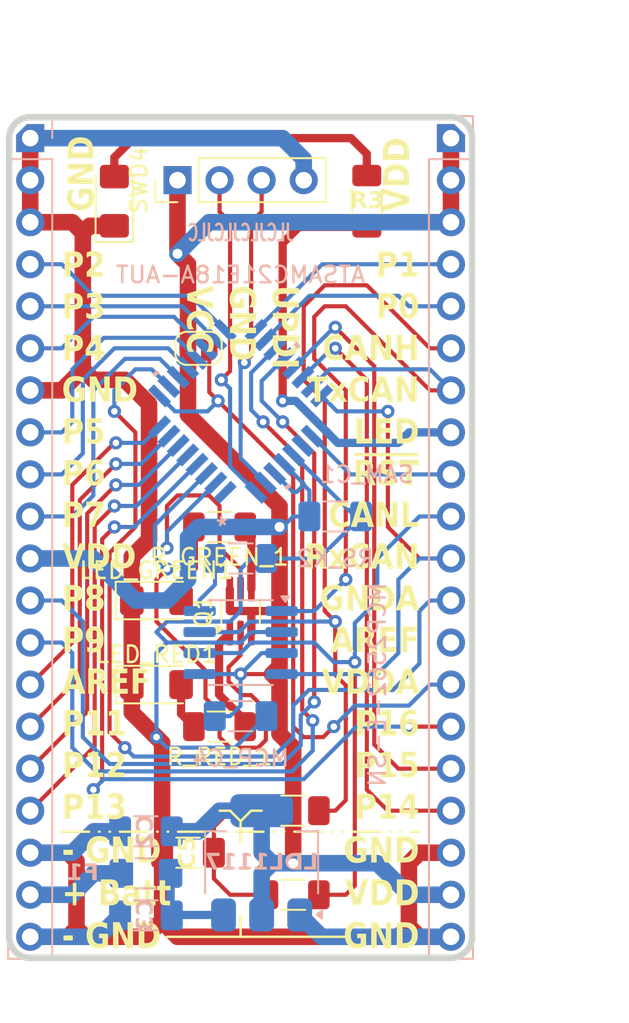
<source format=kicad_pcb>
(kicad_pcb (version 20240108) (generator "pcbnew") (generator_version "8.0")
  (layers (0 "F.Cu" signal) (31 "B.Cu" signal) (34 "B.Paste" user) (35 "F.Paste" user) (36 "B.SilkS" user "B.Silkscreen") (37 "F.SilkS" user "F.Silkscreen") (38 "B.Mask" user) (39 "F.Mask" user) (44 "Edge.Cuts" user))
  (net 0 "")
  (net 1 "VDD")
  (net 2 "Net-(LDL1117-VI)")
  (net 3 "P0_ID.3")
  (net 4 "Net-(LED2-A)")
  (net 5 "+BATT")
  (net 6 "GND")
  (net 7 "Net-(C5-Pad2)")
  (net 8 "GNDA")
  (net 9 "CAN_L")
  (net 10 "CAN_H")
  (net 11 "P1_ID.4")
  (net 12 "~{RESET}")
  (net 13 "VDDA")
  (net 14 "TxCAN")
  (net 15 "RxCAN")
  (net 16 "P16_DAC")
  (net 17 "P12_OP0.V-")
  (net 18 "P11_OP1.V+")
  (net 19 "P13_OP0.V+")
  (net 20 "P9_AN.5_OP0.Out")
  (net 21 "P8_AN.4_OP1.Out")
  (net 23 "P6_AN.2")
  (net 24 "P4_DPM2")
  (net 25 "P2_ID.5")
  (net 26 "P7_AN.3")
  (net 27 "LED_GREEN")
  (net 28 "LED_RED")
  (net 29 "P10_OP1.V-")
  (net 30 "P5_AN.1")
  (net 31 "P14_SCL")
  (net 32 "P15_SDA")
  (net 33 "Net-(LED_GREEN1-A)")
  (net 34 "Net-(LED_RED1-A)")
  (net 35 "Net-(Q1A-E1)")
  (net 36 "Net-(Q1B-E2)")
  (net 38 "P3_ID.8")
  (net 39 "SWDIO")
  (net 40 "SWCLK")
  (net 41 "Net-(U1-STBY)")
  (net 43 "LED_Built_In")
  (footprint "LED_SMD:LED_1206_3216Metric_Pad1.42x1.75mm_HandSolder" (layer "F.Cu") (at 165.1 64.77 90)
    (property "Reference" "LED2" (hide yes))
    (property "Value" "LED")
  )
  (footprint "LED_SMD:LED_1206_3216Metric_Pad1.42x1.75mm_HandSolder" (layer "F.Cu") (at 167.64 88.9)
    (property "Reference" "LED_GREEN1")
    (property "Value" "LED")
  )
  (footprint "Capacitor_SMD:C_1206_3216Metric_Pad1.33x1.80mm_HandSolder" (layer "F.Cu") (at 169.545 104.14)
    (property "Reference" "C5")
    (property "Value" "0.1µF")
  )
  (footprint "Resistor_SMD:R_1206_3216Metric_Pad1.30x1.75mm_HandSolder" (layer "F.Cu") (at 175.895 101.6)
    (property "Reference" "RCANH1" (hide yes))
    (property "Value" "60 Ohm" (hide yes))
  )
  (footprint "Resistor_SMD:R_1206_3216Metric_Pad1.30x1.75mm_HandSolder" (layer "F.Cu") (at 175.895 106.68)
    (property "Reference" "RCANL1" (hide yes))
    (property "Value" "60 ohm" (hide yes))
  )
  (footprint "Jumper:SolderJumper-2_P1.3mm_Open_RoundedPad1.0x1.5mm" (layer "F.Cu") (at 170.18 73.66)
    (property "Reference" "JP1" (hide yes))
    (property "Value" "SolderJumper_2_Open")
  )
  (footprint "Connector_PinHeader_2.54mm:PinHeader_1x04_P2.54mm_Vertical" (layer "F.Cu") (at 168.91 63.5 90)
    (property "Reference" "SWD4")
    (property "Value" "Conn_01x04")
  )
  (footprint "LED_SMD:LED_1206_3216Metric_Pad1.42x1.75mm_HandSolder" (layer "F.Cu") (at 167.64 93.98)
    (property "Reference" "LED_RED1")
    (property "Value" "LED")
  )
  (footprint "Package_TO_SOT_SMD:SOT-363_SC-70-6_Handsoldering" (layer "F.Cu") (at 172.72 89.535 90)
    (property "Reference" "Q1")
    (property "Value" "Q_Dual_NPN_NPN_E1B1C2E2B2C1")
  )
  (footprint "Resistor_SMD:R_1206_3216Metric_Pad1.30x1.75mm_HandSolder" (layer "F.Cu") (at 180.34 64.77 90)
    (property "Reference" "R3")
    (property "Value" "1K")
  )
  (footprint "Resistor_SMD:R_1206_3216Metric_Pad1.30x1.75mm_HandSolder" (layer "F.Cu") (at 171.45 96.52 180)
    (property "Reference" "R_RED_1")
    (property "Value" "120")
  )
  (footprint "Resistor_SMD:R_1206_3216Metric_Pad1.30x1.75mm_HandSolder" (layer "F.Cu") (at 171.45 84.455 180)
    (property "Reference" "R_GREEN_1")
    (property "Value" "120")
  )
  (footprint "Connector_PinHeader_2.54mm:PinHeader_1x20_P2.54mm_Vertical" (layer "B.Cu") (at 160.02 60.96 180)
    (property "Reference" "Gauche40" (hide yes))
    (property "Value" "Conn_01x20" (hide yes))
  )
  (footprint "Capacitor_SMD:C_1206_3216Metric_Pad1.33x1.80mm_HandSolder" (layer "B.Cu") (at 178.435 83.82 180)
    (property "Reference" "SAM_C1")
    (property "Value" "0.1µF")
  )
  (footprint "Capacitor_SMD:C_1206_3216Metric_Pad1.33x1.80mm_HandSolder" (layer "B.Cu") (at 167.005 102.845)
    (property "Reference" "C2")
    (property "Value" "4.7µF" (hide yes))
  )
  (footprint "Resistor_SMD:R_1206_3216Metric_Pad1.30x1.75mm_HandSolder" (layer "B.Cu") (at 172.72 86.36)
    (property "Reference" "RS_K2")
    (property "Value" "10 KOhm")
  )
  (footprint "Connector_PinHeader_2.54mm:PinHeader_1x20_P2.54mm_Vertical" (layer "B.Cu") (at 185.42 60.96 180)
    (property "Reference" "Droite40" (hide yes))
    (property "Value" "Conn_01x20" (hide yes))
  )
  (footprint "Package_TO_SOT_SMD:SOT-223-3_TabPin2" (layer "B.Cu") (at 173.99 104.75 90)
    (property "Reference" "LDL1117")
    (property "Value" "LDL1117" (hide yes))
  )
  (footprint "Fuse:Fuse_1206_3216Metric_Pad1.42x1.75mm_HandSolder" (layer "B.Cu") (at 167.005 105.385)
    (property "Reference" "F1")
    (property "Value" ".75A" (hide yes))
  )
  (footprint "Capacitor_SMD:C_1206_3216Metric_Pad1.33x1.80mm_HandSolder" (layer "B.Cu") (at 172.72 95.885 180)
    (property "Reference" "MCP_C4")
    (property "Value" "0.1µF")
  )
  (footprint "ATSAMC21E18A_AUT:TQFP32_MC_MCH" (layer "B.Cu") (at 172.72 77.47 45)
    (property "Reference" "U4" (hide yes))
    (property "Value" "ATSAMC21E18A-AUT")
  )
  (footprint "Capacitor_SMD:C_1206_3216Metric_Pad1.33x1.80mm_HandSolder" (layer "B.Cu") (at 167.005 107.925)
    (property "Reference" "C3")
    (property "Value" "4.7µF" (hide yes))
  )
  (footprint "Package_SO:SOIC-8_3.9x4.9mm_P1.27mm" (layer "B.Cu") (at 172.72 91.44 180)
    (property "Reference" "U1" (hide yes))
    (property "Value" "MCP2562-E-SN")
  )
  (gr_line (start 173.355 101.6) (end 172.72 102.235) (stroke (width 0.15)) (layer "F.SilkS"))
  (gr_line (start 173.355 101.6) (end 173.99 101.6) (stroke (width 0.15)) (layer "F.SilkS"))
  (gr_line (start 172.085 101.6) (end 172.72 102.235) (stroke (width 0.15)) (layer "F.SilkS"))
  (gr_line (start 168.275 109.22) (end 175.26 109.22) (stroke (width 0.15)) (layer "F.SilkS"))
  (gr_line (start 172.72 109.22) (end 179.07 109.22) (stroke (width 0.15)) (layer "F.SilkS"))
  (gr_line (start 161.925 102.87) (end 183.515 102.87) (stroke (width 0.15) (type dash_dot_dot)) (layer "F.SilkS"))
  (gr_line (start 172.72 107.95) (end 172.72 109.22) (stroke (width 0.15)) (layer "F.SilkS"))
  (gr_line (start 172.72 102.235) (end 172.72 103.505) (stroke (width 0.15)) (layer "F.SilkS"))
  (gr_line (start 171.45 101.6) (end 172.085 101.6) (stroke (width 0.15)) (layer "F.SilkS"))
  (gr_line (start 186.69 60.96) (end 186.69 109.22) (stroke (width 0.4)) (layer "Edge.Cuts"))
  (gr_arc (start 160.02 110.49) (mid 159.121974 110.118026) (end 158.75 109.22) (stroke (width 0.4)) (layer "Edge.Cuts"))
  (gr_line (start 185.42 110.49) (end 160.02 110.49) (stroke (width 0.4)) (layer "Edge.Cuts"))
  (gr_line (start 158.75 109.22) (end 158.75 60.96) (stroke (width 0.4)) (layer "Edge.Cuts"))
  (gr_line (start 160.02 59.69) (end 185.42 59.69) (stroke (width 0.4)) (layer "Edge.Cuts"))
  (gr_arc (start 185.42 59.69) (mid 186.318026 60.061974) (end 186.69 60.96) (stroke (width 0.4)) (layer "Edge.Cuts"))
  (gr_arc (start 186.69 109.22) (mid 186.318026 110.118026) (end 185.42 110.49) (stroke (width 0.4)) (layer "Edge.Cuts"))
  (gr_arc (start 158.75 60.96) (mid 159.121974 60.061974) (end 160.02 59.69) (stroke (width 0.4)) (layer "Edge.Cuts"))
  (gr_text "JLCJLCJLCJLC" (at 172.72 66.675 0) (layer "B.SilkS") (effects (font (size 1 0.618)) (justify mirror)))
  (gr_text "P1\nP0\nCANH\nTxCAN\nLED\n~{RST}\nCANL\nRxCAN\nGNDA\nAREF\nVDDA\nP16\nP15\nP14" (at 183.515 85.09 0) (layer "F.SilkS") (effects (font (size 1.5 1.32) (thickness 0.2) (bold yes)) (justify right)))
  (gr_text "GND" (at 163.195 65.405 90) (layer "F.SilkS") (effects (font (size 1.54 1.32) (thickness 0.2) (bold yes)) (justify left)))
  (gr_text "- GND\n+ Batt\n- GND" (at 161.925 106.68 0) (layer "F.SilkS") (effects (font (size 1.54 1.32) (thickness 0.2) (bold yes)) (justify left)))
  (gr_text "P2\nP3\nP4\nGND\nP5\nP6\nP7\nVDD\nP8\nP9\nAREF\nP11\nP12\nP13" (at 161.925 85.09 0) (layer "F.SilkS") (effects (font (size 1.5 1.32) (thickness 0.2) (bold yes)) (justify left)))
  (gr_text "VDD" (at 182.245 65.405 90) (layer "F.SilkS") (effects (font (size 1.54 1.32) (thickness 0.2) (bold yes)) (justify left)))
  (gr_text "GND\nVDD\nGND" (at 183.515 106.68 0) (layer "F.SilkS") (effects (font (size 1.54 1.32) (thickness 0.2) (bold yes)) (justify right)))
  (gr_text "UPDI\nGND\nVCC" (at 172.72 69.85 -90) (layer "F.SilkS") (effects (font (size 1.54 1.32) (thickness 0.2) (bold yes)) (justify left)))
  (segment (start 169.545 73.645) (end 169.53 73.66) (width 1) (layer "F.Cu") (net 1))
  (segment (start 169.53 73.66) (end 169.545 73.675) (width 1) (layer "F.Cu") (net 1))
  (segment (start 172.07 88.205) (end 172.07 89.52) (width 0.5) (layer "F.Cu") (net 1))
  (segment (start 173.355 89.535) (end 175.07 89.535) (width 0.5) (layer "F.Cu") (net 1))
  (segment (start 168.91 67.945) (end 168.91 63.5) (width 1) (layer "F.Cu") (net 1))
  (segment (start 175.07 92.9) (end 174.625 93.345) (width 1) (layer "F.Cu") (net 1))
  (segment (start 172.085 89.535) (end 172.07 89.52) (width 0.5) (layer "F.Cu") (net 1))
  (segment (start 175.895 104.775) (end 175.895 97.79) (width 1) (layer "F.Cu") (net 1))
  (segment (start 172.085 89.535) (end 173.355 89.535) (width 0.5) (layer "F.Cu") (net 1))
  (segment (start 169.545 77.675863) (end 175.07 83.200863) (width 1) (layer "F.Cu") (net 1))
  (segment (start 185.42 60.96) (end 185.42 66.04) (width 1) (layer "F.Cu") (net 1))
  (segment (start 175.07 89.535) (end 175.07 92.71) (width 1) (layer "F.Cu") (net 1))
  (segment (start 169.545 68.58) (end 169.545 73.645) (width 1) (layer "F.Cu") (net 1))
  (segment (start 172.719302 93.345) (end 174.625 93.345) (width 0.25) (layer "F.Cu") (net 1))
  (segment (start 169.545 73.675) (end 169.545 77.675863) (width 1) (layer "F.Cu") (net 1))
  (segment (start 168.91 67.945) (end 169.545 68.58) (width 1) (layer "F.Cu") (net 1))
  (segment (start 175.07 83.200863) (end 175.07 89.535) (width 1) (layer "F.Cu") (net 1))
  (segment (start 173.37 89.55) (end 173.355 89.535) (width 0.5) (layer "F.Cu") (net 1))
  (segment (start 173.37 90.865) (end 173.37 89.55) (width 0.5) (layer "F.Cu") (net 1))
  (segment (start 175.895 97.79) (end 175.07 96.965) (width 1) (layer "F.Cu") (net 1))
  (segment (start 175.07 93.79) (end 174.625 93.345) (width 1) (layer "F.Cu") (net 1))
  (segment (start 175.07 96.965) (end 175.07 93.98) (width 1) (layer "F.Cu") (net 1))
  (via (at 175.895 104.775) (size 1) (drill 0.6) (layers "F.Cu" "B.Cu") (net 1))
  (via (at 168.91 67.945) (size 1) (drill 0.6) (layers "F.Cu" "B.Cu") (net 1))
  (via (at 175.07 84.455) (size 1) (drill 0.6) (layers "F.Cu" "B.Cu") (net 1))
  (via (at 172.719302 93.345) (size 0.8) (drill 0.4) (layers "F.Cu" "B.Cu") (net 1))
  (segment (start 163.83 86.36) (end 160.02 86.36) (width 1) (layer "B.Cu") (net 1))
  (segment (start 173.99 104.14) (end 174.625 104.775) (width 1) (layer "B.Cu") (net 1))
  (segment (start 169.545 87.63) (end 168.275 88.9) (width 1) (layer "B.Cu") (net 1))
  (segment (start 176.8725 83.82) (end 176.8725 82.2575) (width 0.25) (layer "B.Cu") (net 1))
  (segment (start 175.34973 80.665414) (end 176.53 81.845684) (width 0.25) (layer "B.Cu") (net 1))
  (segment (start 172.719302 93.345) (end 173.989302 92.075) (width 0.25) (layer "B.Cu") (net 1))
  (segment (start 175.895 82.342056) (end 174.784044 81.2311) (width 0.25) (layer "B.Cu") (net 1))
  (segment (start 182.88 106.68) (end 185.42 106.68) (width 1) (layer "B.Cu") (net 1))
  (segment (start 173.989302 92.075) (end 175.195 92.075) (width 0.25) (layer "B.Cu") (net 1))
  (segment (start 175.07 84.455) (end 170.18 84.455) (width 1) (layer "B.Cu") (net 1))
  (segment (start 168.91 67.945) (end 170.815 66.04) (width 1) (layer "B.Cu") (net 1))
  (segment (start 180.975 104.775) (end 182.88 106.68) (width 1) (layer "B.Cu") (net 1))
  (segment (start 169.545 85.09) (end 169.545 87.63) (width 1) (layer "B.Cu") (net 1))
  (segment (start 168.275 88.9) (end 166.37 88.9) (width 1) (layer "B.Cu") (net 1))
  (segment (start 172.719302 93.345) (end 172.719302 95.250698) (width 0.25) (layer "B.Cu") (net 1))
  (segment (start 170.815 66.04) (end 185.42 66.04) (width 1) (layer "B.Cu") (net 1))
  (segment (start 176.53 81.845684) (end 176.53 81.915) (width 0.25) (layer "B.Cu") (net 1))
  (segment (start 172.719302 93.345) (end 170.245 93.345) (width 0.25) (layer "B.Cu") (net 1))
  (segment (start 171.45 101.6) (end 173.99 101.6) (width 1) (layer "B.Cu") (net 1))
  (segment (start 173.99 105.41) (end 173.99 107.9) (width 1) (layer "B.Cu") (net 1))
  (segment (start 176.102944 82.342056) (end 175.895 82.342056) (width 0.25) (layer "B.Cu") (net 1))
  (segment (start 174.625 104.775) (end 175.895 104.775) (width 1) (layer "B.Cu") (net 1))
  (segment (start 170.815 102.235) (end 170.205 102.845) (width 1) (layer "B.Cu") (net 1))
  (segment (start 168.5675 102.845) (end 170.205 102.845) (width 1) (layer "B.Cu") (net 1))
  (segment (start 175.07 84.455) (end 175.26 84.455) (width 0.25) (layer "B.Cu") (net 1))
  (segment (start 175.895 83.82) (end 176.8725 83.82) (width 0.25) (layer "B.Cu") (net 1))
  (segment (start 172.719302 95.250698) (end 172.085 95.885) (width 0.25) (layer "B.Cu") (net 1))
  (segment (start 175.26 84.455) (end 175.895 83.82) (width 0.25) (layer "B.Cu") (net 1))
  (segment (start 170.18 84.455) (end 169.545 85.09) (width 1) (layer "B.Cu") (net 1))
  (segment (start 176.8725 82.2575) (end 176.53 81.915) (width 0.25) (layer "B.Cu") (net 1))
  (segment (start 173.99 101.6) (end 173.99 104.14) (width 1) (layer "B.Cu") (net 1))
  (segment (start 172.085 95.885) (end 171.1575 95.885) (width 0.25) (layer "B.Cu") (net 1))
  (segment (start 174.625 104.775) (end 173.99 105.41) (width 1) (layer "B.Cu") (net 1))
  (segment (start 170.205 102.845) (end 171.45 101.6) (width 1) (layer "B.Cu") (net 1))
  (segment (start 176.53 81.915) (end 176.102944 82.342056) (width 0.25) (layer "B.Cu") (net 1))
  (segment (start 166.37 88.9) (end 163.83 86.36) (width 1) (layer "B.Cu") (net 1))
  (segment (start 175.895 104.775) (end 180.975 104.775) (width 1) (layer "B.Cu") (net 1))
  (segment (start 171.69 107.9) (end 168.5925 107.9) (width 0.5) (layer "B.Cu") (net 2))
  (segment (start 168.4925 105.385) (end 168.4925 107.85) (width 0.5) (layer "B.Cu") (net 2))
  (segment (start 182.88 71.12) (end 185.42 71.12) (width 0.25) (layer "B.Cu") (net 3))
  (segment (start 176.876572 70.485) (end 182.245 70.485) (width 0.25) (layer "B.Cu") (net 3))
  (segment (start 182.245 70.485) (end 182.88 71.12) (width 0.25) (layer "B.Cu") (net 3))
  (segment (start 174.218358 73.143214) (end 176.876572 70.485) (width 0.25) (layer "B.Cu") (net 3))
  (segment (start 166.26125 60.96) (end 179.3875 60.96) (width 0.5) (layer "F.Cu") (net 4))
  (segment (start 165.1 63.2825) (end 165.1 62.12125) (width 0.5) (layer "F.Cu") (net 4))
  (segment (start 165.1 62.12125) (end 166.26125 60.96) (width 0.5) (layer "F.Cu") (net 4))
  (segment (start 179.3875 60.96) (end 180.34 61.9125) (width 0.5) (layer "F.Cu") (net 4))
  (segment (start 180.34 61.9125) (end 180.34 63.22) (width 0.5) (layer "F.Cu") (net 4))
  (segment (start 160.02 106.68) (end 162.56 106.68) (width 1) (layer "B.Cu") (net 5))
  (segment (start 162.56 106.68) (end 163.855 105.385) (width 1) (layer "B.Cu") (net 5))
  (segment (start 163.855 105.385) (end 165.5175 105.385) (width 1) (layer "B.Cu") (net 5))
  (segment (start 167.195 77.025) (end 165.735 75.565) (width 1) (layer "F.Cu") (net 6))
  (segment (start 160.02 76.2) (end 161.925 76.2) (width 1) (layer "F.Cu") (net 6))
  (segment (start 162.56 66.04) (end 163.195 66.675) (width 1) (layer "F.Cu") (net 6))
  (segment (start 161.925 76.2) (end 163.195 74.93) (width 1) (layer "F.Cu") (net 6))
  (segment (start 163.195 66.675) (end 163.6125 66.2575) (width 1) (layer "F.Cu") (net 6))
  (segment (start 166.1525 86.26) (end 167.195 85.2175) (width 1) (layer "F.Cu") (net 6))
  (segment (start 163.322 109.22) (end 167.005 109.22) (width 1) (layer "F.Cu") (net 6))
  (segment (start 167.9825 108.2425) (end 167.005 109.22) (width 1) (layer "F.Cu") (net 6))
  (segment (start 183.515 109.22) (end 185.42 109.22) (width 1) (layer "F.Cu") (net 6))
  (segment (start 163.83 75.565) (end 163.195 74.93) (width 1) (layer "F.Cu") (net 6))
  (segment (start 160.02 66.04) (end 162.56 66.04) (width 1) (layer "F.Cu") (net 6))
  (segment (start 166.1525 95.6675) (end 166.1525 88.9) (width 1) (layer "F.Cu") (net 6))
  (segment (start 182.88 104.775) (end 182.88 108.585) (width 1) (layer "F.Cu") (net 6))
  (segment (start 185.42 104.14) (end 183.515 104.14) (width 1) (layer "F.Cu") (net 6))
  (segment (start 163.6125 66.2575) (end 165.1 66.2575) (width 1) (layer "F.Cu") (net 6))
  (segment (start 167.9825 97.4975) (end 167.9825 107.95) (width 1) (layer "F.Cu") (net 6))
  (segment (start 167.64 97.155) (end 166.1525 95.6675) (width 1) (layer "F.Cu") (net 6))
  (segment (start 182.88 108.585) (end 183.515 109.22) (width 1) (layer "F.Cu") (net 6))
  (segment (start 165.735 75.565) (end 163.83 75.565) (width 1) (layer "F.Cu") (net 6))
  (segment (start 167.195 85.2175) (end 167.195 77.025) (width 1) (layer "F.Cu") (net 6))
  (segment (start 160.02 104.14) (end 162.306 104.14) (width 1) (layer "F.Cu") (net 6))
  (segment (start 168.91 109.22) (end 182.245 109.22) (width 1) (layer "F.Cu") (net 6))
  (segment (start 160.02 63.5) (end 160.02 66.04) (width 1) (layer "F.Cu") (net 6))
  (segment (start 160.02 109.22) (end 162.306 109.22) (width 1) (layer "F.Cu") (net 6))
  (segment (start 182.245 109.22) (end 182.88 108.585) (width 1) (layer "F.Cu") (net 6))
  (segment (start 163.195 66.675) (end 163.195 74.93) (width 1) (layer "F.Cu") (net 6))
  (segment (start 167.64 97.155) (end 167.9825 97.4975) (width 1) (layer "F.Cu") (net 6))
  (segment (start 167.9825 108.2925) (end 168.91 109.22) (width 1) (layer "F.Cu") (net 6))
  (segment (start 183.515 104.14) (end 182.88 104.775) (width 1) (layer "F.Cu") (net 6))
  (segment (start 162.814 108.712) (end 163.322 109.22) (width 1) (layer "F.Cu") (net 6))
  (segment (start 162.814 108.712) (end 162.306 109.22) (width 1) (layer "F.Cu") (net 6))
  (segment (start 160.02 60.96) (end 160.02 63.5) (width 1) (layer "F.Cu") (net 6))
  (segment (start 162.306 104.14) (end 162.814 104.648) (width 1) (layer "F.Cu") (net 6))
  (segment (start 162.814 104.648) (end 162.814 108.712) (width 1) (layer "F.Cu") (net 6))
  (segment (start 166.1525 88.9) (end 166.1525 86.26) (width 1) (layer "F.Cu") (net 6))
  (via (at 167.64 97.155) (size 0.8) (drill 0.4) (layers "F.Cu" "B.Cu") (net 6))
  (segment (start 172.72 89.535) (end 172.72 86.995) (width 0.25) (layer "B.Cu") (net 6))
  (segment (start 163.855 102.845) (end 165.4425 102.845) (width 1) (layer "B.Cu") (net 6))
  (segment (start 175.915414 80.09973) (end 179.635684 83.82) (width 0.25) (layer "B.Cu") (net 6))
  (segment (start 175.195 90.805) (end 173.353604 90.805) (width 0.25) (layer "B.Cu") (net 6))
  (segment (start 168.275 97.79) (end 172.3775 97.79) (width 0.25) (layer "B.Cu") (net 6))
  (segment (start 175.26 60.96) (end 176.53 62.23) (width 1) (layer "B.Cu") (net 6))
  (segment (start 167.64 97.155) (end 168.275 97.79) (width 0.25) (layer "B.Cu") (net 6))
  (segment (start 164.1475 109.22) (end 165.4425 107.925) (width 1) (layer "B.Cu") (net 6))
  (segment (start 177.61 109.22) (end 185.42 109.22) (width 1) (layer "B.Cu") (net 6))
  (segment (start 172.085 90.17) (end 172.72 89.535) (width 0.25) (layer "B.Cu") (net 6))
  (segment (start 160.02 60.96) (end 175.26 60.96) (width 1) (layer "B.Cu") (net 6))
  (segment (start 160.02 104.14) (end 162.56 104.14) (width 1) (layer "B.Cu") (net 6))
  (segment (start 172.72 86.995) (end 173.355 86.36) (width 0.25) (layer "B.Cu") (net 6))
  (segment (start 162.56 104.14) (end 163.855 102.845) (width 1) (layer "B.Cu") (net 6))
  (segment (start 176.53 62.23) (end 176.53 63.5) (width 1) (layer "B.Cu") (net 6))
  (segment (start 167.64 97.155) (end 167.64 92.075) (width 0.25) (layer "B.Cu") (net 6))
  (segment (start 177.4575 86.36) (end 174.27 86.36) (width 0.25) (layer "B.Cu") (net 6))
  (segment (start 167.64 90.805) (end 168.275 90.17) (width 0.25) (layer "B.Cu") (net 6))
  (segment (start 168.275 91.44) (end 167.64 90.805) (width 0.25) (layer "B.Cu") (net 6))
  (segment (start 167.64 92.075) (end 168.275 91.44) (width 0.25) (layer "B.Cu") (net 6))
  (segment (start 168.275 90.17) (end 172.085 90.17) (width 0.25) (layer "B.Cu") (net 6))
  (segment (start 179.635684 83.82) (end 179.9975 83.82) (width 0.25) (layer "B.Cu") (net 6))
  (segment (start 172.3775 97.79) (end 174.2825 95.885) (width 0.25) (layer "B.Cu") (net 6))
  (segment (start 160.02 109.22) (end 164.1475 109.22) (width 1) (layer "B.Cu") (net 6))
  (segment (start 172.718604 91.44) (end 168.275 91.44) (width 0.25) (layer "B.Cu") (net 6))
  (segment (start 173.355 86.36) (end 174.27 86.36) (width 0.25) (layer "B.Cu") (net 6))
  (segment (start 176.29 107.9) (end 177.61 109.22) (width 1) (layer "B.Cu") (net 6))
  (segment (start 179.9975 83.82) (end 177.4575 86.36) (width 0.25) (layer "B.Cu") (net 6))
  (segment (start 173.353604 90.805) (end 172.718604 91.44) (width 0.25) (layer "B.Cu") (net 6))
  (segment (start 171.1075 102.5775) (end 171.1075 105.7025) (width 0.25) (layer "F.Cu") (net 7))
  (segment (start 172.085 106.68) (end 174.345 106.68) (width 0.25) (layer "F.Cu") (net 7))
  (segment (start 174.345 101.6) (end 172.085 101.6) (width 0.25) (layer "F.Cu") (net 7))
  (segment (start 171.1075 105.7025) (end 172.085 106.68) (width 0.25) (layer "F.Cu") (net 7))
  (segment (start 172.085 101.6) (end 171.1075 102.5775) (width 0.25) (layer "F.Cu") (net 7))
  (segment (start 164.81 86.015) (end 166.37 84.455) (width 0.25) (layer "F.Cu") (net 8))
  (segment (start 166.37 84.455) (end 166.37 78.74) (width 0.25) (layer "F.Cu") (net 8))
  (segment (start 166.37 78.74) (end 165.1 77.47) (width 0.25) (layer "F.Cu") (net 8))
  (segment (start 165.735 97.79) (end 164.81 96.865) (width 0.25) (layer "F.Cu") (net 8))
  (segment (start 164.81 96.865) (end 164.81 86.015) (width 0.25) (layer "F.Cu") (net 8))
  (via (at 165.1 77.47) (size 0.8) (drill 0.4) (layers "F.Cu" "B.Cu") (net 8))
  (via (at 165.735 97.79) (size 0.8) (drill 0.4) (layers "F.Cu" "B.Cu") (net 8))
  (segment (start 166.270936 98.325936) (end 174.722668 98.325936) (width 0.25) (layer "B.Cu") (net 8))
  (segment (start 168.393214 75.971642) (end 167.351572 74.93) (width 0.25) (layer "B.Cu") (net 8))
  (segment (start 183.515 89.535) (end 184.15 88.9) (width 0.25) (layer "B.Cu") (net 8))
  (segment (start 184.15 88.9) (end 185.42 88.9) (width 0.25) (layer "B.Cu") (net 8))
  (segment (start 175.895 95.25) (end 176.84213 94.30287) (width 0.25) (layer "B.Cu") (net 8))
  (segment (start 167.351572 74.93) (end 166.37 74.93) (width 0.25) (layer "B.Cu") (net 8))
  (segment (start 166.37 74.93) (end 165.1 76.2) (width 0.25) (layer "B.Cu") (net 8))
  (segment (start 176.84213 94.30287) (end 181.92213 94.30287) (width 0.25) (layer "B.Cu") (net 8))
  (segment (start 174.722668 98.325936) (end 175.895 97.153604) (width 0.25) (layer "B.Cu") (net 8))
  (segment (start 165.735 97.79) (end 166.270936 98.325936) (width 0.25) (layer "B.Cu") (net 8))
  (segment (start 183.515 92.71) (end 183.515 89.535) (width 0.25) (layer "B.Cu") (net 8))
  (segment (start 165.1 76.2) (end 165.1 77.47) (width 0.25) (layer "B.Cu") (net 8))
  (segment (start 181.92213 94.30287) (end 183.515 92.71) (width 0.25) (layer "B.Cu") (net 8))
  (segment (start 175.895 97.153604) (end 175.895 95.25) (width 0.25) (layer "B.Cu") (net 8))
  (segment (start 179.07 106.68) (end 177.445 106.68) (width 0.25) (layer "F.Cu") (net 9))
  (segment (start 179.615 92.62) (end 179.615 106.135) (width 0.25) (layer "F.Cu") (net 9))
  (segment (start 179.615 106.135) (end 179.07 106.68) (width 0.25) (layer "F.Cu") (net 9))
  (via (at 179.615 92.62) (size 0.8) (drill 0.4) (layers "F.Cu" "B.Cu") (net 9))
  (segment (start 179.615 92.62) (end 178.345 92.62) (width 0.25) (layer "B.Cu") (net 9))
  (segment (start 179.615 92.62) (end 179.615 90.26) (width 0.25) (layer "B.Cu") (net 9))
  (segment (start 178.345 92.62) (end 177.165 91.44) (width 0.25) (layer "B.Cu") (net 9))
  (segment (start 173.355 91.44) (end 172.72 92.075) (width 0.25) (layer "B.Cu") (net 9))
  (segment (start 172.72 92.075) (end 170.245 92.075) (width 0.25) (layer "B.Cu") (net 9))
  (segment (start 180.975 88.9) (end 180.975 86.36) (width 0.25) (layer "B.Cu") (net 9))
  (segment (start 177.165 91.44) (end 173.355 91.44) (width 0.25) (layer "B.Cu") (net 9))
  (segment (start 183.515 83.82) (end 185.42 83.82) (width 0.25) (layer "B.Cu") (net 9))
  (segment (start 179.615 90.26) (end 180.975 88.9) (width 0.25) (layer "B.Cu") (net 9))
  (segment (start 180.975 86.36) (end 183.515 83.82) (width 0.25) (layer "B.Cu") (net 9))
  (segment (start 177.8 76.835) (end 176.53 75.565) (width 0.25) (layer "F.Cu") (net 10))
  (segment (start 178.435 101.6) (end 177.445 101.6) (width 0.25) (layer "F.Cu") (net 10))
  (segment (start 184.15 73.66) (end 185.42 73.66) (width 0.25) (layer "F.Cu") (net 10))
  (segment (start 177.8 69.85) (end 180.34 69.85) (width 0.25) (layer "F.Cu") (net 10))
  (segment (start 178.435 90.17) (end 177.8 89.535) (width 0.25) (layer "F.Cu") (net 10))
  (segment (start 179.07 94.025) (end 179.07 100.965) (width 0.25) (layer "F.Cu") (net 10))
  (segment (start 176.53 75.565) (end 176.53 71.12) (width 0.25) (layer "F.Cu") (net 10))
  (segment (start 179.07 100.965) (end 178.435 101.6) (width 0.25) (layer "F.Cu") (net 10))
  (segment (start 177.8 89.535) (end 177.8 76.835) (width 0.25) (layer "F.Cu") (net 10))
  (segment (start 180.34 69.85) (end 184.15 73.66) (width 0.25) (layer "F.Cu") (net 10))
  (segment (start 176.53 71.12) (end 177.8 69.85) (width 0.25) (layer "F.Cu") (net 10))
  (segment (start 178.435 93.39) (end 179.07 94.025) (width 0.25) (layer "F.Cu") (net 10))
  (segment (start 178.435 90.17) (end 178.435 93.39) (width 0.25) (layer "F.Cu") (net 10))
  (via (at 178.435 90.17) (size 0.8) (drill 0.4) (layers "F.Cu" "B.Cu") (net 10))
  (segment (start 172.640799 90.805) (end 170.245 90.805) (width 0.25) (layer "B.Cu") (net 10))
  (segment (start 178.435 90.17) (end 173.275799 90.17) (width 0.25) (layer "B.Cu") (net 10))
  (segment (start 173.275799 90.17) (end 172.640799 90.805) (width 0.25) (layer "B.Cu") (net 10))
  (segment (start 177.650204 68.58) (end 185.42 68.58) (width 0.25) (layer "B.Cu") (net 11))
  (segment (start 173.652674 72.57753) (end 177.650204 68.58) (width 0.25) (layer "B.Cu") (net 11))
  (segment (start 177.046786 78.968358) (end 179.358428 81.28) (width 0.25) (layer "B.Cu") (net 12))
  (segment (start 179.358428 81.28) (end 185.42 81.28) (width 0.25) (layer "B.Cu") (net 12))
  (segment (start 170.83 76.305) (end 170.83 73.66) (width 0.25) (layer "F.Cu") (net 13))
  (segment (start 175.895 96.52) (end 176.53 97.155) (width 0.25) (layer "F.Cu") (net 13))
  (segment (start 171.36 76.835) (end 175.895 81.37) (width 0.25) (layer "F.Cu") (net 13))
  (segment (start 176.53 97.155) (end 177.71 97.155) (width 0.25) (layer "F.Cu") (net 13))
  (segment (start 175.895 81.37) (end 175.895 96.52) (width 0.25) (layer "F.Cu") (net 13))
  (segment (start 177.71 97.155) (end 178.345 96.52) (width 0.25) (layer "F.Cu") (net 13))
  (segment (start 171.36 76.835) (end 170.83 76.305) (width 0.25) (layer "F.Cu") (net 13))
  (via (at 178.345 96.52) (size 0.8) (drill 0.4) (layers "F.Cu" "B.Cu") (net 13))
  (via (at 171.36 76.835) (size 0.8) (drill 0.4) (layers "F.Cu" "B.Cu") (net 13))
  (segment (start 184.15 93.98) (end 185.42 93.98) (width 0.25) (layer "B.Cu") (net 13))
  (segment (start 182.88 95.25) (end 184.15 93.98) (width 0.25) (layer "B.Cu") (net 13))
  (segment (start 178.345 96.52) (end 179.615 95.25) (width 0.25) (layer "B.Cu") (net 13))
  (segment (start 170.725 77.47) (end 168.760204 77.47) (width 0.25) (layer "B.Cu") (net 13))
  (segment (start 168.760204 77.47) (end 167.82753 76.537326) (width 0.25) (layer "B.Cu") (net 13))
  (segment (start 171.36 76.835) (end 170.725 77.47) (width 0.25) (layer "B.Cu") (net 13))
  (segment (start 179.615 95.25) (end 182.88 95.25) (width 0.25) (layer "B.Cu") (net 13))
  (segment (start 177.8 71.12) (end 179.07 71.12) (width 0.25) (layer "F.Cu") (net 14))
  (segment (start 179.07 71.12) (end 184.15 76.2) (width 0.25) (layer "F.Cu") (net 14))
  (segment (start 179.07 76.2) (end 177.165 74.295) (width 0.25) (layer "F.Cu") (net 14))
  (segment (start 179.07 87.63) (end 179.07 76.2) (width 0.25) (layer "F.Cu") (net 14))
  (segment (start 184.15 76.2) (end 185.42 76.2) (width 0.25) (layer "F.Cu") (net 14))
  (segment (start 177.165 71.755) (end 177.8 71.12) (width 0.25) (layer "F.Cu") (net 14))
  (segment (start 177.165 74.295) (end 177.165 71.755) (width 0.25) (layer "F.Cu") (net 14))
  (via (at 179.07 87.63) (size 0.8) (drill 0.4) (layers "F.Cu" "B.Cu") (net 14))
  (segment (start 177.046785 75.971641) (end 178.088426 74.93) (width 0.25) (layer "B.Cu") (net 14))
  (segment (start 179.07 87.63) (end 177.165 89.535) (width 0.25) (layer "B.Cu") (net 14))
  (segment (start 177.165 89.535) (end 175.195 89.535) (width 0.25) (layer "B.Cu") (net 14))
  (segment (start 178.088426 74.93) (end 184.15 74.93) (width 0.25) (layer "B.Cu") (net 14))
  (segment (start 184.15 74.93) (end 185.42 76.2) (width 0.25) (layer "B.Cu") (net 14))
  (segment (start 183.515 86.36) (end 185.42 86.36) (width 0.25) (layer "F.Cu") (net 15))
  (segment (start 181.61 84.455) (end 183.515 86.36) (width 0.25) (layer "F.Cu") (net 15))
  (segment (start 181.61 77.47) (end 181.61 84.455) (width 0.25) (layer "F.Cu") (net 15))
  (via (at 181.61 77.47) (size 0.8) (drill 0.4) (layers "F.Cu" "B.Cu") (net 15))
  (segment (start 181.61 77.47) (end 178.545144 77.47) (width 0.25) (layer "B.Cu") (net 15))
  (segment (start 178.545144 77.47) (end 177.61247 76.537326) (width 0.25) (layer "B.Cu") (net 15))
  (segment (start 180.975 93.345) (end 182.245 92.075) (width 0.25) (layer "B.Cu") (net 15))
  (segment (start 182.245 87.63) (end 183.515 86.36) (width 0.25) (layer "B.Cu") (net 15))
  (segment (start 182.245 92.075) (end 182.245 87.63) (width 0.25) (layer "B.Cu") (net 15))
  (segment (start 175.195 93.345) (end 180.975 93.345) (width 0.25) (layer "B.Cu") (net 15))
  (segment (start 183.515 86.36) (end 185.42 86.36) (width 0.25) (layer "B.Cu") (net 15))
  (segment (start 164.36 85.195) (end 165.1 84.455) (width 0.25) (layer "F.Cu") (net 16))
  (segment (start 164.36 99.8) (end 164.36 85.195) (width 0.25) (layer "F.Cu") (net 16))
  (segment (start 163.83 100.33) (end 164.36 99.8) (width 0.25) (layer "F.Cu") (net 16))
  (segment (start 182.88 96.52) (end 185.42 96.52) (width 0.25) (layer "F.Cu") (net 16))
  (via (at 163.83 100.33) (size 0.8) (drill 0.4) (layers "F.Cu" "B.Cu") (net 16))
  (via (at 165.1 84.455) (size 0.8) (drill 0.4) (layers "F.Cu" "B.Cu") (net 16))
  (via (at 182.88 96.52) (size 0.8) (drill 0.4) (layers "F.Cu" "B.Cu") (net 16))
  (segment (start 176.53 99.695) (end 179.705 96.52) (width 0.25) (layer "B.Cu") (net 16))
  (segment (start 179.705 96.52) (end 182.88 96.52) (width 0.25) (layer "B.Cu") (net 16))
  (segment (start 165.1 84.455) (end 166.300684 84.455) (width 0.25) (layer "B.Cu") (net 16))
  (segment (start 166.300684 84.455) (end 170.09027 80.665414) (width 0.25) (layer "B.Cu") (net 16))
  (segment (start 164.465 99.695) (end 176.53 99.695) (width 0.25) (layer "B.Cu") (net 16))
  (segment (start 163.83 100.33) (end 164.465 99.695) (width 0.25) (layer "B.Cu") (net 16))
  (segment (start 165.19 81.915) (end 163.46 83.645) (width 0.25) (layer "F.Cu") (net 17))
  (segment (start 163.46 95.62) (end 160.02 99.06) (width 0.25) (layer "F.Cu") (net 17))
  (segment (start 163.46 83.645) (end 163.46 95.62) (width 0.25) (layer "F.Cu") (net 17))
  (via (at 165.19 81.915) (size 0.8) (drill 0.4) (layers "F.Cu" "B.Cu") (net 17))
  (segment (start 166.577944 81.915) (end 168.9589 79.534044) (width 0.25) (layer "B.Cu") (net 17))
  (segment (start 165.19 81.915) (end 166.577944 81.915) (width 0.25) (layer "B.Cu") (net 17))
  (segment (start 163.01 93.53) (end 160.02 96.52) (width 0.25) (layer "F.Cu") (net 18))
  (segment (start 163.01 82.825) (end 163.01 93.53) (width 0.25) (layer "F.Cu") (net 18))
  (segment (start 165.19 80.645) (end 163.01 82.825) (width 0.25) (layer "F.Cu") (net 18))
  (via (at 165.19 80.645) (size 0.8) (drill 0.4) (layers "F.Cu" "B.Cu") (net 18))
  (segment (start 165.19 80.645) (end 166.716574 80.645) (width 0.25) (layer "B.Cu") (net 18))
  (segment (start 166.716574 80.645) (end 168.393215 78.968359) (width 0.25) (layer "B.Cu") (net 18))
  (segment (start 163.91 97.71) (end 160.02 101.6) (width 0.25) (layer "F.Cu") (net 19))
  (segment (start 163.91 84.375) (end 163.91 97.71) (width 0.25) (layer "F.Cu") (net 19))
  (segment (start 165.1 83.185) (end 163.91 84.375) (width 0.25) (layer "F.Cu") (net 19))
  (via (at 165.1 83.185) (size 0.8) (drill 0.4) (layers "F.Cu" "B.Cu") (net 19))
  (segment (start 165.1 83.185) (end 166.439316 83.185) (width 0.25) (layer "B.Cu") (net 19))
  (segment (start 166.439316 83.185) (end 169.524586 80.09973) (width 0.25) (layer "B.Cu") (net 19))
  (segment (start 177.075 96.1575) (end 176.44 95.5225) (width 0.25) (layer "F.Cu") (net 20))
  (segment (start 176.44 95.5225) (end 176.44 80.465) (width 0.25) (layer "F.Cu") (net 20))
  (segment (start 176.44 80.465) (end 174.08 78.105) (width 0.25) (layer "F.Cu") (net 20))
  (via (at 174.08 78.105) (size 0.8) (drill 0.4) (layers "F.Cu" "B.Cu") (net 20))
  (via (at 177.075 96.1575) (size 0.8) (drill 0.4) (layers "F.Cu" "B.Cu") (net 20))
  (segment (start 162.56 92.075) (end 161.925 91.44) (width 0.25) (layer "B.Cu") (net 20))
  (segment (start 173.355 77.38) (end 173.355 75.137944) (width 0.25) (layer "B.Cu") (net 20))
  (segment (start 173.355 75.137944) (end 174.784044 73.7089) (width 0.25) (layer "B.Cu") (net 20))
  (segment (start 174.08 78.105) (end 173.355 77.38) (width 0.25) (layer "B.Cu") (net 20))
  (segment (start 175.817668 99.225936) (end 163.995936 99.225936) (width 0.25) (layer "B.Cu") (net 20))
  (segment (start 162.56 97.79) (end 162.56 92.075) (width 0.25) (layer "B.Cu") (net 20))
  (segment (start 161.925 91.44) (end 160.02 91.44) (width 0.25) (layer "B.Cu") (net 20))
  (segment (start 177.075 97.968604) (end 175.817668 99.225936) (width 0.25) (layer "B.Cu") (net 20))
  (segment (start 177.075 96.1575) (end 177.075 97.968604) (width 0.25) (layer "B.Cu") (net 20))
  (segment (start 163.995936 99.225936) (end 162.56 97.79) (width 0.25) (layer "B.Cu") (net 20))
  (segment (start 177.165 95.02787) (end 177.165 80.01) (width 0.25) (layer "F.Cu") (net 21))
  (segment (start 177.165 80.01) (end 175.26 78.105) (width 0.25) (layer "F.Cu") (net 21))
  (via (at 177.165 95.02787) (size 0.8) (drill 0.4) (layers "F.Cu" "B.Cu") (net 21))
  (via (at 175.26 78.105) (size 0.8) (drill 0.4) (layers "F.Cu" "B.Cu") (net 21))
  (segment (start 163.195 97.155) (end 163.195 90.17) (width 0.25) (layer "B.Cu") (net 21))
  (segment (start 164.815936 98.775936) (end 163.195 97.155) (width 0.25) (layer "B.Cu") (net 21))
  (segment (start 173.99 75.634316) (end 175.34973 74.274586) (width 0.25) (layer "B.Cu") (net 21))
  (segment (start 177.165 95.02787) (end 176.35 95.84287) (width 0.25) (layer "B.Cu") (net 21))
  (segment (start 161.925 88.9) (end 160.02 88.9) (width 0.25) (layer "B.Cu") (net 21))
  (segment (start 176.35 95.84287) (end 176.35 97.6525) (width 0.25) (layer "B.Cu") (net 21))
  (segment (start 163.195 90.17) (end 161.925 88.9) (width 0.25) (layer "B.Cu") (net 21))
  (segment (start 176.35 97.6525) (end 175.226564 98.775936) (width 0.25) (layer "B.Cu") (net 21))
  (segment (start 175.226564 98.775936) (end 164.815936 98.775936) (width 0.25) (layer "B.Cu") (net 21))
  (segment (start 173.99 76.835) (end 173.99 75.634316) (width 0.25) (layer "B.Cu") (net 21))
  (segment (start 175.26 78.105) (end 173.99 76.835) (width 0.25) (layer "B.Cu") (net 21))
  (segment (start 163.195 80.01) (end 161.925 81.28) (width 0.25) (layer "B.Cu") (net 23))
  (segment (start 169.524586 74.84027) (end 168.344316 73.66) (width 0.25) (layer "B.Cu") (net 23))
  (segment (start 168.344316 73.66) (end 165.098604 73.66) (width 0.25) (layer "B.Cu") (net 23))
  (segment (start 165.098604 73.66) (end 163.195 75.563604) (width 0.25) (layer "B.Cu") (net 23))
  (segment (start 163.195 75.563604) (end 163.195 80.01) (width 0.25) (layer "B.Cu") (net 23))
  (segment (start 161.925 81.28) (end 160.02 81.28) (width 0.25) (layer "B.Cu") (net 23))
  (segment (start 170.655956 73.7089) (end 168.702056 71.755) (width 0.25) (layer "B.Cu") (net 24))
  (segment (start 161.925 73.66) (end 160.02 73.66) (width 0.25) (layer "B.Cu") (net 24))
  (segment (start 168.702056 71.755) (end 163.83 71.755) (width 0.25) (layer "B.Cu") (net 24))
  (segment (start 163.83 71.755) (end 161.925 73.66) (width 0.25) (layer "B.Cu") (net 24))
  (segment (start 163.83 70.485) (end 161.925 68.58) (width 0.25) (layer "B.Cu") (net 25))
  (segment (start 169.694796 70.485) (end 163.83 70.485) (width 0.25) (layer "B.Cu") (net 25))
  (segment (start 171.787326 72.57753) (end 169.694796 70.485) (width 0.25) (layer "B.Cu") (net 25))
  (segment (start 161.925 68.58) (end 160.02 68.58) (width 0.25) (layer "B.Cu") (net 25))
  (segment (start 168.9589 75.405956) (end 167.847944 74.295) (width 0.25) (layer "B.Cu") (net 26))
  (segment (start 163.83 82.55) (end 162.56 83.82) (width 0.25) (layer "B.Cu") (net 26))
  (segment (start 167.847944 74.295) (end 165.733604 74.295) (width 0.25) (layer "B.Cu") (net 26))
  (segment (start 163.83 76.198604) (end 163.83 82.55) (width 0.25) (layer "B.Cu") (net 26))
  (segment (start 165.733604 74.295) (end 163.83 76.198604) (width 0.25) (layer "B.Cu") (net 26))
  (segment (start 162.56 83.82) (end 160.02 83.82) (width 0.25) (layer "B.Cu") (net 26))
  (segment (start 168.275 83.185) (end 168.91 82.55) (width 0.25) (layer "F.Cu") (net 27))
  (segment (start 168.275 85.725) (end 168.275 83.185) (width 0.25) (layer "F.Cu") (net 27))
  (segment (start 172.72 86.995) (end 172.72 88.205) (width 0.25) (layer "F.Cu") (net 27))
  (segment (start 171.45 85.725) (end 172.72 86.995) (width 0.25) (layer "F.Cu") (net 27))
  (segment (start 168.91 82.55) (end 170.815 82.55) (width 0.25) (layer "F.Cu") (net 27))
  (segment (start 171.45 83.185) (end 171.45 85.725) (width 0.25) (layer "F.Cu") (net 27))
  (segment (start 170.815 82.55) (end 171.45 83.185) (width 0.25) (layer "F.Cu") (net 27))
  (via (at 168.275 85.725) (size 0.8) (drill 0.4) (layers "F.Cu" "B.Cu") (net 27))
  (segment (start 168.275 84.743428) (end 171.221642 81.796786) (width 0.25) (layer "B.Cu") (net 27))
  (segment (start 168.275 85.725) (end 168.275 84.743428) (width 0.25) (layer "B.Cu") (net 27))
  (segment (start 171.994302 93.800216) (end 171.994302 92.922697) (width 0.25) (layer "F.Cu") (net 28))
  (segment (start 167.64 90.17) (end 170.601023 93.131023) (width 0.25) (layer "F.Cu") (net 28))
  (segment (start 172.72 92.196999) (end 172.72 90.865) (width 0.25) (layer "F.Cu") (net 28))
  (segment (start 172.085 97.79) (end 173.78255 97.79) (width 0.25) (layer "F.Cu") (net 28))
  (segment (start 170.601023 93.131023) (end 170.601023 94.795448) (width 0.25) (layer "F.Cu") (net 28))
  (segment (start 171.45 95.644425) (end 171.45 97.155) (width 0.25) (layer "F.Cu") (net 28))
  (segment (start 171.45 97.155) (end 172.085 97.79) (width 0.25) (layer "F.Cu") (net 28))
  (segment (start 167.64 87.63) (end 167.64 90.17) (width 0.25) (layer "F.Cu") (net 28))
  (segment (start 174.245 97.32755) (end 174.245 95.505) (width 0.25) (layer "F.Cu") (net 28))
  (segment (start 170.601023 94.795448) (end 171.45 95.644425) (width 0.25) (layer "F.Cu") (net 28))
  (segment (start 173.78255 97.79) (end 174.245 97.32755) (width 0.25) (layer "F.Cu") (net 28))
  (segment (start 171.994302 92.922697) (end 172.72 92.196999) (width 0.25) (layer "F.Cu") (net 28))
  (segment (start 168.275 86.995) (end 167.64 87.63) (width 0.25) (layer "F.Cu") (net 28))
  (segment (start 174.245 95.505) (end 173.355 94.615) (width 0.25) (layer "F.Cu") (net 28))
  (segment (start 173.355 94.615) (end 172.809086 94.615) (width 0.25) (layer "F.Cu") (net 28))
  (segment (start 172.809086 94.615) (end 171.994302 93.800216) (width 0.25) (layer "F.Cu") (net 28))
  (via (at 168.275 86.995) (size 0.8) (drill 0.4) (layers "F.Cu" "B.Cu") (net 28))
  (segment (start 168.275 86.995) (end 167.55 86.27) (width 0.25) (layer "B.Cu") (net 28))
  (segment (start 167.55 84.337056) (end 170.655956 81.2311) (width 0.25) (layer "B.Cu") (net 28))
  (segment (start 167.55 86.27) (end 167.55 84.337056) (width 0.25) (layer "B.Cu") (net 28))
  (segment (start 165.19 79.375) (end 165.1 79.375) (width 0.25) (layer "F.Cu") (net 29))
  (segment (start 162.56 91.44) (end 160.02 93.98) (width 0.25) (layer "F.Cu") (net 29))
  (segment (start 165.1 79.375) (end 162.56 81.915) (width 0.25) (layer "F.Cu") (net 29))
  (segment (start 162.56 81.915) (end 162.56 91.44) (width 0.25) (layer "F.Cu") (net 29))
  (via (at 165.19 79.375) (size 0.8) (drill 0.4) (layers "F.Cu" "B.Cu") (net 29))
  (segment (start 160.02 93.98) (end 160.655 93.98) (width 0.25) (layer "B.Cu") (net 29))
  (segment (start 166.855204 79.375) (end 167.82753 78.402674) (width 0.25) (layer "B.Cu") (net 29))
  (segment (start 165.19 79.375) (end 166.855204 79.375) (width 0.25) (layer "B.Cu") (net 29))
  (segment (start 162.56 74.93) (end 162.56 78.105) (width 0.25) (layer "B.Cu") (net 30))
  (segment (start 170.09027 74.274586) (end 168.840684 73.025) (width 0.25) (layer "B.Cu") (net 30))
  (segment (start 164.465 73.025) (end 162.56 74.93) (width 0.25) (layer "B.Cu") (net 30))
  (segment (start 168.840684 73.025) (end 164.465 73.025) (width 0.25) (layer "B.Cu") (net 30))
  (segment (start 162.56 78.105) (end 161.925 78.74) (width 0.25) (layer "B.Cu") (net 30))
  (segment (start 161.925 78.74) (end 160.02 78.74) (width 0.25) (layer "B.Cu") (net 30))
  (segment (start 180.34 100.33) (end 180.34 75.565) (width 0.25) (layer "F.Cu") (net 31))
  (segment (start 181.61 101.6) (end 180.34 100.33) (width 0.25) (layer "F.Cu") (net 31))
  (segment (start 180.34 75.565) (end 178.435 73.66) (width 0.25) (layer "F.Cu") (net 31))
  (segment (start 185.42 101.6) (end 181.61 101.6) (width 0.25) (layer "F.Cu") (net 31))
  (via (at 178.435 73.66) (size 0.8) (drill 0.4) (layers "F.Cu" "B.Cu") (net 31))
  (segment (start 178.227056 73.66) (end 178.435 73.66) (width 0.25) (layer "B.Cu") (net 31))
  (segment (start 176.4811 75.405956) (end 178.227056 73.66) (width 0.25) (layer "B.Cu") (net 31))
  (segment (start 178.435 72.39) (end 180.79 74.745) (width 0.25) (layer "F.Cu") (net 32))
  (segment (start 180.79 74.745) (end 180.79 97.605) (width 0.25) (layer "F.Cu") (net 32))
  (segment (start 180.79 97.605) (end 182.245 99.06) (width 0.25) (layer "F.Cu") (net 32))
  (segment (start 182.245 99.06) (end 185.42 99.06) (width 0.25) (layer "F.Cu") (net 32))
  (via (at 178.435 72.39) (size 0.8) (drill 0.4) (layers "F.Cu" "B.Cu") (net 32))
  (segment (start 178.365684 72.39) (end 175.915414 74.84027) (width 0.25) (layer "B.Cu") (net 32))
  (segment (start 178.435 72.39) (end 178.365684 72.39) (width 0.25) (layer "B.Cu") (net 32))
  (segment (start 169.1275 88.9) (end 169.1275 87.6925) (width 0.5) (layer "F.Cu") (net 33))
  (segment (start 169.9 84.455) (end 169.9 86.92) (width 0.5) (layer "F.Cu") (net 33))
  (segment (start 169.9 86.92) (end 169.1275 87.6925) (width 0.5) (layer "F.Cu") (net 33))
  (segment (start 169.1275 95.7475) (end 169.9 96.52) (width 0.5) (layer "F.Cu") (net 34))
  (segment (start 169.1275 93.98) (end 169.1275 95.7475) (width 0.5) (layer "F.Cu") (net 34))
  (segment (start 173 96.165) (end 171.419302 94.584302) (width 0.5) (layer "F.Cu") (net 35))
  (segment (start 171.419302 91.515698) (end 172.07 90.865) (width 0.5) (layer "F.Cu") (net 35))
  (segment (start 173 96.52) (end 173 96.165) (width 0.5) (layer "F.Cu") (net 35))
  (segment (start 171.419302 94.584302) (end 171.419302 91.515698) (width 0.5) (layer "F.Cu") (net 35))
  (segment (start 173.37 84.825) (end 173 84.455) (width 0.5) (layer "F.Cu") (net 36))
  (segment (start 173.37 88.205) (end 173.37 84.825) (width 0.5) (layer "F.Cu") (net 36))
  (segment (start 169.198426 71.12) (end 160.02 71.12) (width 0.25) (layer "B.Cu") (net 38))
  (segment (start 171.221641 73.143215) (end 169.198426 71.12) (width 0.25) (layer "B.Cu") (net 38))
  (segment (start 171.45 65.405) (end 171.45 63.5) (width 0.25) (layer "F.Cu") (net 39))
  (segment (start 171.555 75.565) (end 172.085 75.035) (width 0.25) (layer "F.Cu") (net 39))
  (segment (start 172.085 75.035) (end 172.085 66.04) (width 0.25) (layer "F.Cu") (net 39))
  (segment (start 172.085 66.04) (end 171.45 65.405) (width 0.25) (layer "F.Cu") (net 39))
  (via (at 171.555 75.565) (size 0.8) (drill 0.4) (layers "F.Cu" "B.Cu") (net 39))
  (segment (start 171.555 75.565) (end 172.085 76.095) (width 0.25) (layer "B.Cu") (net 39))
  (segment (start 172.085 80.794796) (end 173.652674 82.36247) (width 0.25) (layer "B.Cu") (net 39))
  (segment (start 172.085 76.095) (end 172.085 80.794796) (width 0.25) (layer "B.Cu") (net 39))
  (segment (start 173.355 66.04) (end 173.99 65.405) (width 0.25) (layer "F.Cu") (net 40))
  (segment (start 172.946319 74.521319) (end 173.355 74.112638) (width 0.25) (layer "F.Cu") (net 40))
  (segment (start 173.99 65.405) (end 173.99 63.5) (width 0.25) (layer "F.Cu") (net 40))
  (segment (start 173.355 74.112638) (end 173.355 66.04) (width 0.25) (layer "F.Cu") (net 40))
  (via (at 172.946319 74.521319) (size 0.8) (drill 0.4) (layers "F.Cu" "B.Cu") (net 40))
  (segment (start 172.72 74.747638) (end 172.72 80.298426) (width 0.25) (layer "B.Cu") (net 40))
  (segment (start 172.72 80.298426) (end 174.218359 81.796785) (width 0.25) (layer "B.Cu") (net 40))
  (segment (start 172.946319 74.521319) (end 172.72 74.747638) (width 0.25) (layer "B.Cu") (net 40))
  (segment (start 171.17 87.9425) (end 171.17 86.36) (width 0.25) (layer "B.Cu") (net 41))
  (segment (start 170.245 88.8675) (end 171.17 87.9425) (width 0.25) (layer "B.Cu") (net 41))
  (segment (start 170.245 89.535) (end 170.245 88.8675) (width 0.25) (layer "B.Cu") (net 41))
  (segment (start 176.25 66.32) (end 180.34 66.32) (width 0.5) (layer "F.Cu") (net 43))
  (segment (start 175.26 76.835) (end 175.26 67.31) (width 0.5) (layer "F.Cu") (net 43))
  (segment (start 175.26 67.31) (end 176.25 66.32) (width 0.5) (layer "F.Cu") (net 43))
  (via (at 175.26 76.835) (size 0.8) (drill 0.4) (layers "F.Cu" "B.Cu") (net 43))
  (segment (start 176.044796 76.835) (end 175.26 76.835) (width 0.5) (layer "B.Cu") (net 43))
  (segment (start 177.61247 78.402674) (end 178.584796 79.375) (width 0.5) (layer "B.Cu") (net 43))
  (segment (start 182.88 78.74) (end 185.42 78.74) (width 0.5) (layer "B.Cu") (net 43))
  (segment (start 178.584796 79.375) (end 182.245 79.375) (width 0.5) (layer "B.Cu") (net 43))
  (segment (start 182.245 79.375) (end 182.88 78.74) (width 0.5) (layer "B.Cu") (net 43))
  (segment (start 177.61247 78.402674) (end 176.044796 76.835) (width 0.5) (layer "B.Cu") (net 43))
)
</source>
